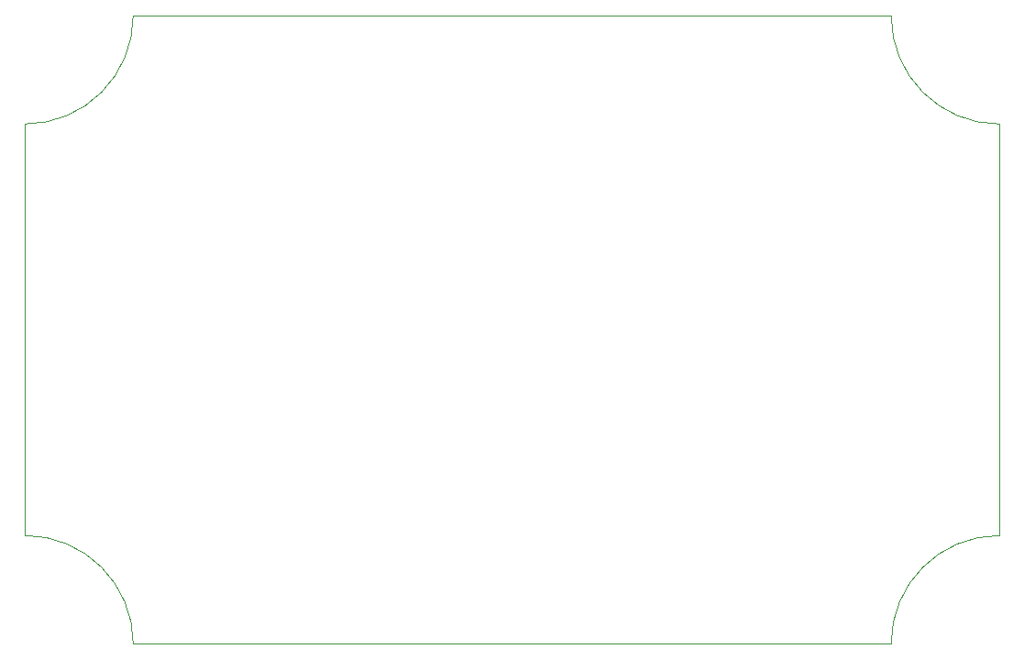
<source format=gbr>
%TF.GenerationSoftware,KiCad,Pcbnew,6.0.7-f9a2dced07~116~ubuntu20.04.1*%
%TF.CreationDate,2022-09-28T21:06:17-05:00*%
%TF.ProjectId,a06,6130362e-6b69-4636-9164-5f7063625858,rev?*%
%TF.SameCoordinates,Original*%
%TF.FileFunction,Profile,NP*%
%FSLAX46Y46*%
G04 Gerber Fmt 4.6, Leading zero omitted, Abs format (unit mm)*
G04 Created by KiCad (PCBNEW 6.0.7-f9a2dced07~116~ubuntu20.04.1) date 2022-09-28 21:06:17*
%MOMM*%
%LPD*%
G01*
G04 APERTURE LIST*
%TA.AperFunction,Profile*%
%ADD10C,0.100000*%
%TD*%
G04 APERTURE END LIST*
D10*
X100000000Y-110000000D02*
G75*
G03*
X110000000Y-100000000I0J10000000D01*
G01*
X110000000Y-100000000D02*
X180000000Y-100000000D01*
X180000000Y-158000000D02*
X110000000Y-158000000D01*
X180000000Y-100000000D02*
G75*
G03*
X190000000Y-110000000I10000000J0D01*
G01*
X190000000Y-148000000D02*
G75*
G03*
X180000000Y-158000000I0J-10000000D01*
G01*
X110000000Y-158000000D02*
G75*
G03*
X100000000Y-148000000I-10000000J0D01*
G01*
X190000000Y-110000000D02*
X190000000Y-148000000D01*
X100000000Y-110000000D02*
X100000000Y-148000000D01*
M02*

</source>
